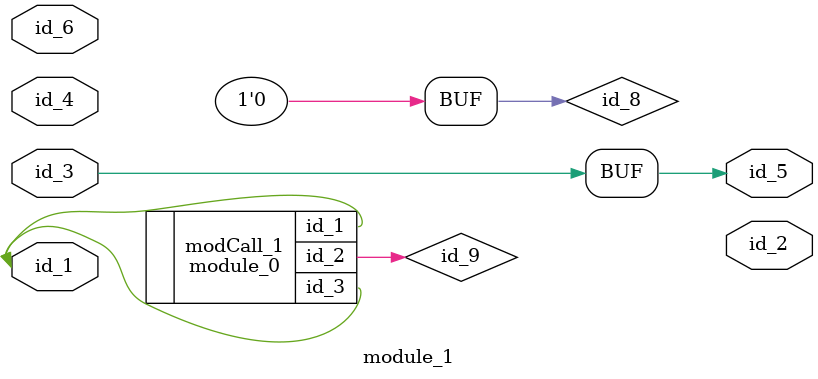
<source format=v>
module module_0 (
    id_1,
    id_2,
    id_3
);
  inout wire id_3;
  inout wire id_2;
  output wire id_1;
  wire id_4;
  wire id_5;
endmodule
module module_1 (
    id_1,
    id_2,
    id_3,
    id_4,
    id_5,
    id_6
);
  inout wire id_6;
  output wire id_5;
  input wire id_4;
  input wire id_3;
  output wire id_2;
  inout wire id_1;
  wire id_7;
  tri  id_8 = id_6 >> 1;
  wire id_9;
  assign id_5 = id_3;
  module_0 modCall_1 (
      id_1,
      id_9,
      id_1
  );
endmodule

</source>
